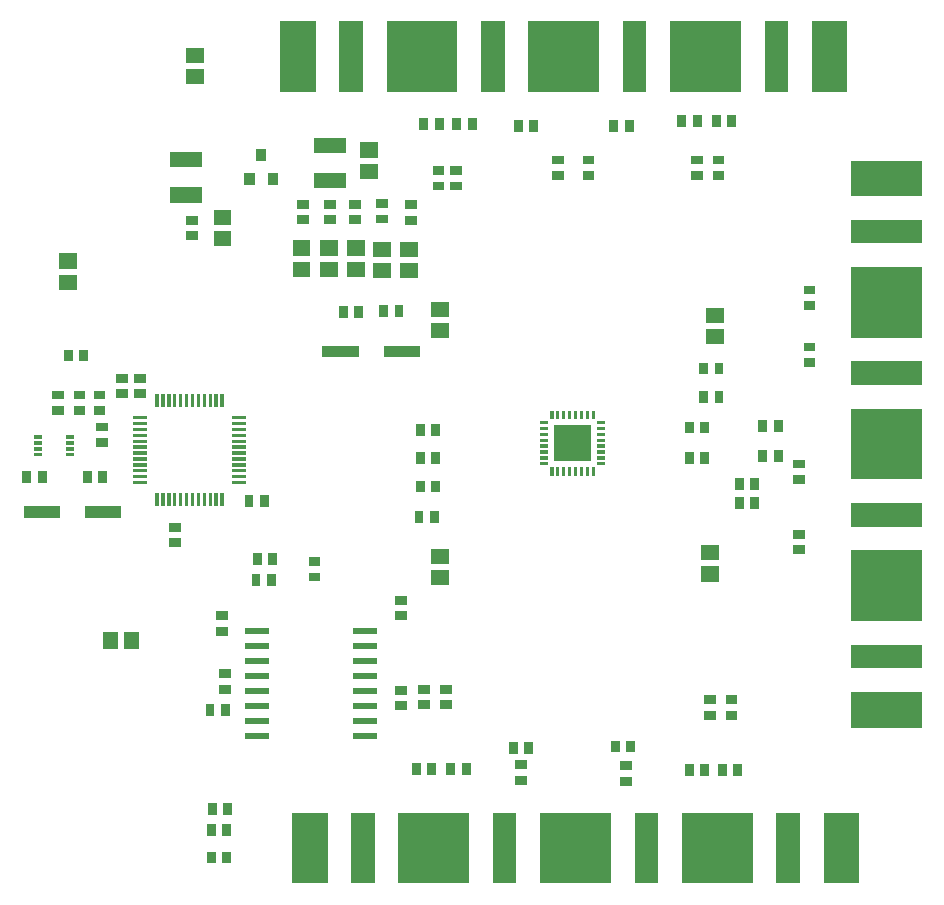
<source format=gbr>
G04 start of page 8 for group -4015 idx -4015 *
G04 Title: (unknown), toppaste *
G04 Creator: pcb 1.99z *
G04 CreationDate: Fri Sep 27 15:25:28 2013 UTC *
G04 For: tim *
G04 Format: Gerber/RS-274X *
G04 PCB-Dimensions (mil): 3240.00 2900.00 *
G04 PCB-Coordinate-Origin: lower left *
%MOIN*%
%FSLAX25Y25*%
%LNTOPPASTE*%
%ADD116C,0.0001*%
%ADD115R,0.0376X0.0376*%
%ADD114R,0.0110X0.0110*%
%ADD113R,0.0118X0.0118*%
%ADD112R,0.0340X0.0340*%
%ADD111R,0.0295X0.0295*%
%ADD110R,0.0512X0.0512*%
%ADD109R,0.0200X0.0200*%
%ADD108R,0.1181X0.1181*%
%ADD107R,0.0787X0.0787*%
G54D107*X136214Y21331D02*Y5583D01*
G54D108*X153931Y19363D02*Y7551D01*
X118498Y19363D02*Y7551D01*
G54D107*X183458Y21331D02*Y5583D01*
G54D108*X201175Y19363D02*Y7551D01*
X165742Y19363D02*Y7551D01*
G54D107*X230702Y21331D02*Y5583D01*
G54D108*X248419Y19363D02*Y7551D01*
X212986Y19363D02*Y7551D01*
G54D107*X277946Y21331D02*Y5583D01*
G54D108*X295663Y19363D02*Y7551D01*
X260230Y19363D02*Y7551D01*
G54D107*X132277Y285111D02*Y269363D01*
G54D108*X114561Y283142D02*Y271331D01*
X149994Y283142D02*Y271331D01*
G54D107*X179521Y285111D02*Y269363D01*
G54D108*X161805Y283142D02*Y271331D01*
X197238Y283142D02*Y271331D01*
G54D107*X226765Y285111D02*Y269363D01*
G54D108*X209049Y283142D02*Y271331D01*
X244482Y283142D02*Y271331D01*
G54D107*X274009Y285111D02*Y269363D01*
G54D108*X256293Y283142D02*Y271331D01*
X291726Y283142D02*Y271331D01*
G54D109*X98002Y85819D02*X104002D01*
X98002Y80819D02*X104002D01*
X98002Y75819D02*X104002D01*
X98002Y70819D02*X104002D01*
X98002Y65819D02*X104002D01*
X98002Y60819D02*X104002D01*
X98002Y55819D02*X104002D01*
X98002Y50819D02*X104002D01*
X134002D02*X140002D01*
X134002Y55819D02*X140002D01*
X134002Y60819D02*X140002D01*
X134002Y65819D02*X140002D01*
X134002Y70819D02*X140002D01*
X134002Y75819D02*X140002D01*
X134002Y80819D02*X140002D01*
X134002Y85819D02*X140002D01*
G54D110*X161412Y103615D02*X162198D01*
X161412Y110701D02*X162198D01*
X251569Y104796D02*X252355D01*
X251569Y111882D02*X252355D01*
X253144Y183930D02*X253930D01*
X253144Y191016D02*X253930D01*
X161412Y185898D02*X162198D01*
X161412Y192984D02*X162198D01*
G54D111*X148321Y90819D02*X149305D01*
X148321Y95937D02*X149305D01*
X89659Y66410D02*X90643D01*
X89659Y71528D02*X90643D01*
X88872Y85701D02*X89856D01*
X88872Y90819D02*X89856D01*
G54D112*X98419Y236592D02*Y235992D01*
X106219Y236592D02*Y235992D01*
X102319Y244792D02*Y244192D01*
G54D110*X79916Y270544D02*X80702D01*
X79916Y277630D02*X80702D01*
X37396Y202040D02*X38182D01*
X37396Y209126D02*X38182D01*
X137790Y239048D02*X138576D01*
X137790Y246134D02*X138576D01*
G54D111*X129718Y192689D02*Y191705D01*
X134836Y192689D02*Y191705D01*
X143104Y193083D02*Y192099D01*
X148222Y193083D02*Y192099D01*
X115643Y222906D02*X116627D01*
X115643Y228024D02*X116627D01*
X124699Y222906D02*X125683D01*
X124699Y228024D02*X125683D01*
X132966Y222906D02*X133950D01*
X132966Y228024D02*X133950D01*
X142021Y223103D02*X143005D01*
X142021Y228221D02*X143005D01*
X151864Y222709D02*X152848D01*
X151864Y227827D02*X152848D01*
G54D110*X151176Y213063D02*X151962D01*
X151176Y205977D02*X151962D01*
X142120Y213063D02*X142906D01*
X142120Y205977D02*X142906D01*
X133459Y213457D02*X134245D01*
X133459Y206371D02*X134245D01*
X124404Y213457D02*X125190D01*
X124404Y206371D02*X125190D01*
X115349Y213457D02*X116135D01*
X115349Y206371D02*X116135D01*
G54D113*X37788Y144559D02*X39363D01*
X37788Y146527D02*X39363D01*
X37788Y148495D02*X39363D01*
X37788Y150463D02*X39363D01*
X27159D02*X28734D01*
X27159Y148495D02*X28734D01*
X27159Y146527D02*X28734D01*
X27159Y144559D02*X28734D01*
G54D111*X61313Y164835D02*X62297D01*
X61313Y169953D02*X62297D01*
X55407Y164835D02*X56391D01*
X55407Y169953D02*X56391D01*
X247139Y237670D02*X248123D01*
X247139Y242788D02*X248123D01*
X254226Y237670D02*X255210D01*
X254226Y242788D02*X255210D01*
X166825Y234126D02*X167809D01*
X166825Y239244D02*X167809D01*
X160919Y234126D02*X161903D01*
X160919Y239244D02*X161903D01*
X156195Y61292D02*X157179D01*
X156195Y66410D02*X157179D01*
X163281Y61292D02*X164265D01*
X163281Y66410D02*X164265D01*
X254915Y164343D02*Y163359D01*
X249797Y164343D02*Y163359D01*
X266726Y135209D02*Y134225D01*
X261608Y135209D02*Y134225D01*
X266726Y128910D02*Y127926D01*
X261608Y128910D02*Y127926D01*
X160427Y153319D02*Y152335D01*
X155309Y153319D02*Y152335D01*
X160427Y143870D02*Y142886D01*
X155309Y143870D02*Y142886D01*
X160427Y134422D02*Y133438D01*
X155309Y134422D02*Y133438D01*
X160033Y124185D02*Y123201D01*
X154915Y124185D02*Y123201D01*
X245072Y143870D02*Y142886D01*
X250190Y143870D02*Y142886D01*
X200683Y242788D02*X201667D01*
X200683Y237670D02*X201667D01*
X210919Y242788D02*X211903D01*
X210919Y237670D02*X211903D01*
X188478Y41213D02*X189462D01*
X188478Y36095D02*X189462D01*
X223517Y40819D02*X224501D01*
X223517Y35701D02*X224501D01*
X86017Y26941D02*Y25957D01*
X91135Y26941D02*Y25957D01*
X100978Y110406D02*Y109422D01*
X106096Y110406D02*Y109422D01*
X100584Y103319D02*Y102335D01*
X105702Y103319D02*Y102335D01*
X148321Y60898D02*X149305D01*
X148321Y66016D02*X149305D01*
X85624Y19855D02*Y18871D01*
X90742Y19855D02*Y18871D01*
X119580Y103811D02*X120564D01*
X119580Y108929D02*X120564D01*
X73124Y115229D02*X74108D01*
X73124Y120347D02*X74108D01*
X44285Y137571D02*Y136587D01*
X49403Y137571D02*Y136587D01*
X24206Y137571D02*Y136587D01*
X29324Y137571D02*Y136587D01*
X34147Y159323D02*X35131D01*
X34147Y164441D02*X35131D01*
X41234Y159323D02*X42218D01*
X41234Y164441D02*X42218D01*
X47927Y159323D02*X48911D01*
X47927Y164441D02*X48911D01*
X48714Y153811D02*X49698D01*
X48714Y148693D02*X49698D01*
X103340Y129697D02*Y128713D01*
X98222Y129697D02*Y128713D01*
X43104Y178122D02*Y177138D01*
X37986Y178122D02*Y177138D01*
G54D114*X67593Y131265D02*Y127867D01*
X69561Y131265D02*Y127867D01*
X71530Y131265D02*Y127867D01*
X73498Y131265D02*Y127867D01*
X75467Y131265D02*Y127867D01*
X77435Y131265D02*Y127867D01*
X79404Y131265D02*Y127867D01*
X81372Y131265D02*Y127867D01*
X83341Y131265D02*Y127867D01*
X85309Y131265D02*Y127867D01*
X87278Y131265D02*Y127867D01*
X89246Y131265D02*Y127867D01*
X93249Y135269D02*X96647D01*
X93249Y137237D02*X96647D01*
X93249Y139206D02*X96647D01*
X93249Y141174D02*X96647D01*
X93249Y143143D02*X96647D01*
X93249Y145111D02*X96647D01*
X93249Y147080D02*X96647D01*
X93249Y149048D02*X96647D01*
X93249Y151017D02*X96647D01*
X93249Y152985D02*X96647D01*
X93249Y154954D02*X96647D01*
X93249Y156922D02*X96647D01*
X89245Y164323D02*Y160925D01*
X87277Y164323D02*Y160925D01*
X85308Y164323D02*Y160925D01*
X83340Y164323D02*Y160925D01*
X81371Y164323D02*Y160925D01*
X79403Y164323D02*Y160925D01*
X77434Y164323D02*Y160925D01*
X75466Y164323D02*Y160925D01*
X73497Y164323D02*Y160925D01*
X71529Y164323D02*Y160925D01*
X69560Y164323D02*Y160925D01*
X67592Y164323D02*Y160925D01*
X60191Y156921D02*X63589D01*
X60191Y154953D02*X63589D01*
X60191Y152984D02*X63589D01*
X60191Y151016D02*X63589D01*
X60191Y149047D02*X63589D01*
X60191Y147079D02*X63589D01*
X60191Y145110D02*X63589D01*
X60191Y143142D02*X63589D01*
X60191Y141173D02*X63589D01*
X60191Y139205D02*X63589D01*
X60191Y137236D02*X63589D01*
X60191Y135268D02*X63589D01*
G54D110*X52081Y83063D02*Y82277D01*
X59167Y83063D02*Y82277D01*
G54D115*X24994Y125465D02*X33261D01*
X45466D02*X53734D01*
X124600Y179008D02*X132868D01*
X145072D02*X153340D01*
G54D110*X122436Y235899D02*X127946D01*
X122436Y247709D02*X127946D01*
X74404Y231174D02*X79914D01*
X74404Y242984D02*X79914D01*
G54D111*X90348Y60012D02*Y59028D01*
X85230Y60012D02*Y59028D01*
X90742Y10799D02*Y9815D01*
X85624Y10799D02*Y9815D01*
G54D110*X88971Y216607D02*X89757D01*
X88971Y223693D02*X89757D01*
G54D111*X78636Y222709D02*X79620D01*
X78636Y217591D02*X79620D01*
X191529Y47414D02*Y46430D01*
X186411Y47414D02*Y46430D01*
X225387Y47807D02*Y46823D01*
X220269Y47807D02*Y46823D01*
X269482Y154500D02*Y153516D01*
X274600Y154500D02*Y153516D01*
X269482Y144658D02*Y143674D01*
X274600Y144658D02*Y143674D01*
X245072Y154107D02*Y153123D01*
X250190Y154107D02*Y153123D01*
X254915Y173792D02*Y172808D01*
X249797Y173792D02*Y172808D01*
G54D107*X302750Y218969D02*X318498D01*
G54D108*X304718Y236685D02*X316529D01*
X304718Y201252D02*X316529D01*
G54D107*X302750Y171725D02*X318498D01*
G54D108*X304718Y189441D02*X316529D01*
X304718Y154008D02*X316529D01*
G54D107*X302750Y124481D02*X318498D01*
G54D108*X304718Y142197D02*X316529D01*
X304718Y106764D02*X316529D01*
G54D107*X302750Y77237D02*X318498D01*
G54D108*X304718Y94954D02*X316529D01*
X304718Y59520D02*X316529D01*
G54D111*X251471Y57748D02*X252455D01*
X251471Y62866D02*X252455D01*
X258557Y57748D02*X259541D01*
X258557Y62866D02*X259541D01*
X224994Y254500D02*Y253516D01*
X219876Y254500D02*Y253516D01*
X193104Y254500D02*Y253516D01*
X187986Y254500D02*Y253516D01*
G54D114*X199205Y139791D02*Y138138D01*
X201173Y139791D02*Y138138D01*
X203142Y139791D02*Y138138D01*
X205110Y139791D02*Y138138D01*
X207078Y139791D02*Y138138D01*
X209046Y139791D02*Y138138D01*
X211015Y139791D02*Y138138D01*
X212983Y139791D02*Y138138D01*
X214716Y141524D02*X216369D01*
X214716Y143492D02*X216369D01*
X214716Y145461D02*X216369D01*
X214716Y147429D02*X216369D01*
X214716Y149397D02*X216369D01*
X214716Y151365D02*X216369D01*
X214716Y153334D02*X216369D01*
X214716Y155302D02*X216369D01*
X212983Y158688D02*Y157035D01*
X211015Y158688D02*Y157035D01*
X209046Y158688D02*Y157035D01*
X207078Y158688D02*Y157035D01*
X205110Y158688D02*Y157035D01*
X203142Y158688D02*Y157035D01*
X201173Y158688D02*Y157035D01*
X199205Y158688D02*Y157035D01*
X195819Y155302D02*X197472D01*
X195819Y153334D02*X197472D01*
X195819Y151365D02*X197472D01*
X195819Y149397D02*X197472D01*
X195819Y147429D02*X197472D01*
X195819Y145461D02*X197472D01*
X195819Y143492D02*X197472D01*
X195819Y141524D02*X197472D01*
G54D116*G36*
X199992Y154515D02*Y142311D01*
X212196D01*
Y154515D01*
X199992D01*
G37*
G54D111*X242535Y256405D02*Y255421D01*
X247653Y256405D02*Y255421D01*
X254035Y256405D02*Y255421D01*
X259153Y256405D02*Y255421D01*
X245035Y39905D02*Y38921D01*
X250153Y39905D02*Y38921D01*
X256035Y39905D02*Y38921D01*
X261153Y39905D02*Y38921D01*
X165535Y40405D02*Y39421D01*
X170653Y40405D02*Y39421D01*
X154035Y40405D02*Y39421D01*
X159153Y40405D02*Y39421D01*
X167535Y255405D02*Y254421D01*
X172653Y255405D02*Y254421D01*
X156535Y255405D02*Y254421D01*
X161653Y255405D02*Y254421D01*
X284602Y199472D02*X285586D01*
X284602Y194354D02*X285586D01*
X284602Y180472D02*X285586D01*
X284602Y175354D02*X285586D01*
X281102Y141472D02*X282086D01*
X281102Y136354D02*X282086D01*
X281102Y117972D02*X282086D01*
X281102Y112854D02*X282086D01*
M02*

</source>
